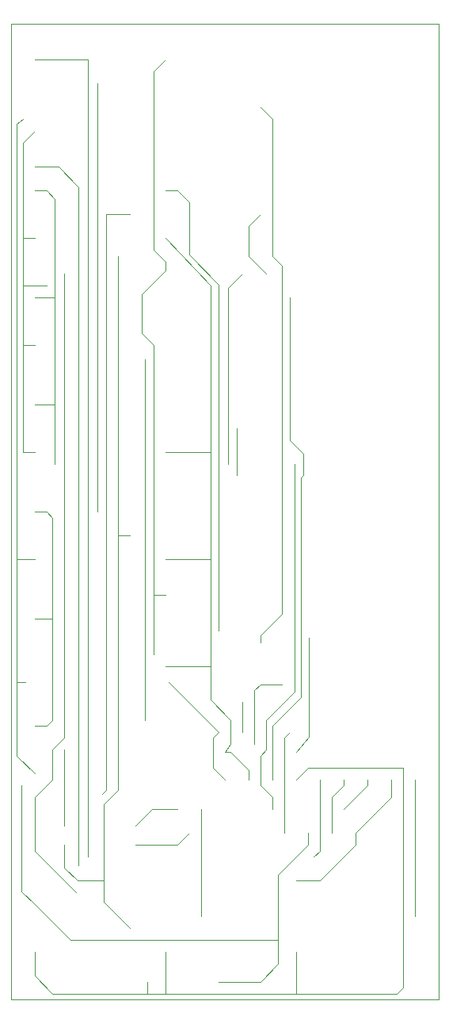
<source format=gtl>
*%FSLAX23Y23*%
*%MOIN*%
G01*
D14*
X9490Y6360D02*
X9600Y6250D01*
X10400Y6450D02*
X10550Y6600D01*
X9350Y6200D02*
X9200Y6350D01*
X9975Y7075D02*
X9765Y7285D01*
X10175Y7125D02*
X10295Y7245D01*
X10320Y7220D02*
X10200Y7100D01*
X10350Y6600D02*
X10225Y6475D01*
X10550Y6650D02*
X10700Y6800D01*
X9940Y8950D02*
X9750Y9150D01*
X9850Y9080D02*
X9975Y8955D01*
X9200Y6575D02*
X9375Y6400D01*
X9275Y5975D02*
X10725D01*
X10150Y6025D02*
X9975D01*
X9200Y6050D02*
Y6150D01*
X9145Y6405D02*
Y6850D01*
X9125Y6975D02*
Y7800D01*
X9150Y8250D02*
Y9550D01*
X9125Y9630D02*
Y7800D01*
X9200Y6800D02*
Y6575D01*
Y6050D02*
X9275Y5975D01*
X9200Y6350D02*
X9145Y6405D01*
X9200Y6900D02*
X9125Y6975D01*
Y9630D02*
X9150Y9650D01*
X9200Y9600D02*
X9150Y9550D01*
X9275Y6875D02*
X9200Y6800D01*
X9350Y6200D02*
X10225D01*
X9325Y8050D02*
Y9000D01*
Y8050D02*
Y7200D01*
Y7050D01*
X9385Y7650D02*
Y9365D01*
X9325Y7000D02*
Y6680D01*
Y6600D02*
Y6505D01*
X9385Y6515D02*
Y7650D01*
X9285Y8200D02*
Y8450D01*
Y9315D01*
X9275Y7975D02*
Y7125D01*
Y7000D02*
Y6875D01*
X9285Y9315D02*
X9250Y9350D01*
X9275Y7125D02*
X9250Y7100D01*
X9275Y7975D02*
X9250Y8000D01*
X9325Y6505D02*
X9380Y6450D01*
X9385Y9365D02*
X9300Y9450D01*
X9325Y7050D02*
X9275Y7000D01*
X9425Y8100D02*
Y9900D01*
Y8100D02*
Y7725D01*
Y6550D01*
X9550Y6830D02*
Y9075D01*
X9500Y7450D02*
Y6830D01*
Y7450D02*
Y9250D01*
X9465Y9800D02*
Y8000D01*
X9490Y6450D02*
Y6360D01*
Y6450D02*
Y6770D01*
X9550Y6830D01*
X9500D02*
X9485Y6815D01*
X10300Y6450D02*
X10400D01*
X9490D02*
X9380D01*
X9625Y6600D02*
X9800D01*
X9750Y6150D02*
Y5975D01*
X9700Y7400D02*
Y7650D01*
Y8700D01*
Y9100D02*
Y9850D01*
X9750Y9050D02*
Y9015D01*
X9665Y7900D02*
Y7125D01*
X9675Y6025D02*
Y5975D01*
X9650Y8750D02*
Y8915D01*
X9665Y8640D02*
Y7900D01*
X9695Y6750D02*
X9625Y6680D01*
X9800Y6600D02*
X9850Y6650D01*
X9700Y9850D02*
X9750Y9900D01*
X9800Y9350D02*
X9850Y9300D01*
X9700Y9100D02*
X9750Y9050D01*
Y9015D02*
X9650Y8915D01*
Y8750D02*
X9700Y8700D01*
X9695Y6750D02*
X9800D01*
X9900D02*
Y6300D01*
X9940Y7210D02*
Y8950D01*
X9975Y7550D02*
Y7500D01*
Y7550D02*
Y8955D01*
X9950Y7050D02*
Y6925D01*
X9850Y9080D02*
Y9300D01*
X9940Y7210D02*
X10025Y7125D01*
X9975Y7075D02*
X9950Y7050D01*
Y6925D02*
X10000Y6875D01*
Y6990D02*
X10025Y7025D01*
X10350Y6925D02*
X10750D01*
X10025Y6990D02*
X10000D01*
X10025Y7025D02*
Y7125D01*
X10015Y8200D02*
Y8940D01*
X10150Y7480D02*
Y7450D01*
Y6975D02*
Y6850D01*
X10100Y6875D02*
Y6915D01*
X10125Y7025D02*
Y7250D01*
X10200Y6800D02*
Y6750D01*
X10175Y7000D02*
Y7125D01*
X10200Y7100D02*
Y6875D01*
Y9075D02*
Y9650D01*
X10100Y9200D02*
Y9075D01*
X10075Y7200D02*
Y7075D01*
X10050Y8155D02*
Y8350D01*
X10025Y6990D02*
X10100Y6915D01*
X10015Y8940D02*
X10075Y9000D01*
X10200Y9075D02*
X10240Y9035D01*
Y7570D02*
X10150Y7480D01*
X10225Y6100D02*
X10150Y6025D01*
Y6975D02*
X10175Y7000D01*
X10125Y7250D02*
X10150Y7275D01*
Y6850D02*
X10200Y6800D01*
Y9650D02*
X10150Y9700D01*
X10100Y9075D02*
X10175Y9000D01*
X10100Y9200D02*
X10150Y9250D01*
X9250Y7100D02*
X9200D01*
X10225Y6475D02*
Y6100D01*
X10300Y6150D02*
Y5975D01*
X10355Y7055D02*
Y7470D01*
X10295Y7245D02*
Y8200D01*
X10330Y8155D02*
Y8245D01*
X10320Y8145D02*
Y7220D01*
X10350Y6650D02*
Y6600D01*
X10400Y6750D02*
Y6875D01*
Y6750D02*
Y6575D01*
X10240Y7570D02*
Y9035D01*
X10250Y7050D02*
Y6650D01*
X10275Y8300D02*
Y8900D01*
X10355Y7055D02*
X10300Y6990D01*
X10320Y8145D02*
X10330Y8155D01*
X10350Y6925D02*
X10300Y6875D01*
X10400Y6575D02*
X10375Y6550D01*
X10330Y8245D02*
X10275Y8300D01*
Y7075D02*
X10250Y7050D01*
X10240Y7275D02*
X10150D01*
X9940Y7350D02*
X9750D01*
X9160Y7285D02*
X9125D01*
X10550Y6650D02*
Y6600D01*
X10500Y6850D02*
Y6875D01*
X10450Y6800D02*
Y6650D01*
X10500Y6750D02*
X10600Y6850D01*
X10500D02*
X10450Y6800D01*
X9275Y7550D02*
X9200D01*
X10600Y6875D02*
Y6850D01*
X10750Y6925D02*
Y6000D01*
X10700Y6800D02*
Y6875D01*
X10750Y6000D02*
X10725Y5975D01*
X9750Y7650D02*
X9700D01*
X10800Y6875D02*
Y6300D01*
X9940Y7800D02*
X9750D01*
X9200D02*
X9125D01*
X9550Y7900D02*
X9600D01*
X9250Y8000D02*
X9200D01*
Y8250D02*
X9150D01*
X9750D02*
X9940D01*
X9285Y8450D02*
X9200D01*
Y8700D02*
X9150D01*
X9200Y8900D02*
X9285D01*
X9250Y8950D02*
X9150D01*
Y9150D02*
X9200D01*
Y9350D02*
X9250D01*
X9500Y9250D02*
X9600D01*
X9750Y9350D02*
X9800D01*
X9300Y9450D02*
X9200D01*
Y9900D02*
X9425D01*
X9100Y10050D02*
X10900D01*
Y5950D02*
X9100D01*
Y10050D01*
X10900D02*
Y5950D01*
D16*
X10800Y6300D02*
D03*
X10295Y8200D02*
D03*
X10240Y8300D02*
D03*
X10275Y8900D02*
D03*
X10355Y7470D02*
D03*
X10375Y6550D02*
D03*
X10100Y9075D02*
D03*
X10050Y8350D02*
D03*
X10015Y8200D02*
D03*
X10125Y7025D02*
D03*
X10075Y7075D02*
D03*
X10050Y8155D02*
D03*
X9975Y8450D02*
D03*
Y7500D02*
D03*
Y7550D02*
D03*
Y8000D02*
D03*
X9900Y6300D02*
D03*
X9700Y8500D02*
D03*
X9665Y8640D02*
D03*
X9765Y7285D02*
D03*
X9700Y7400D02*
D03*
X9665Y7125D02*
D03*
Y7900D02*
D03*
X9465Y9800D02*
D03*
X9550Y9075D02*
D03*
X9425Y9525D02*
D03*
X9500Y7250D02*
D03*
Y7450D02*
D03*
Y8155D02*
D03*
X9465Y8000D02*
D03*
X9485Y6815D02*
D03*
X9425Y8100D02*
D03*
Y6550D02*
D03*
X9385Y8600D02*
D03*
X9325Y9000D02*
D03*
X9285Y8200D02*
D03*
X9250Y8950D02*
D03*
X9325Y7000D02*
D03*
X9385Y7650D02*
D03*
X9325Y7200D02*
D03*
Y8050D02*
D03*
X9385Y6515D02*
D03*
X9375Y6400D02*
D03*
X9150Y9650D02*
D03*
X9160Y7285D02*
D03*
X9145Y6850D02*
D03*
D19*
X10075Y9000D02*
D03*
X10175D02*
D03*
X9685Y9025D02*
D03*
X9985D02*
D03*
X10075Y7200D02*
D03*
X10175D02*
D03*
X9975Y7075D02*
D03*
X10275D02*
D03*
X10000Y6990D02*
D03*
X10300D02*
D03*
X9900Y6875D02*
D03*
X10000D02*
D03*
X10100D02*
D03*
X10200D02*
D03*
X10300D02*
D03*
X10400D02*
D03*
X10500D02*
D03*
X10600D02*
D03*
X10700D02*
D03*
X10242Y7275D02*
D03*
Y7575D02*
D03*
X9675Y6025D02*
D03*
X9975D02*
D03*
X10300Y6450D02*
D03*
Y6350D02*
D03*
Y6150D02*
D03*
X10700D02*
D03*
Y6250D02*
D03*
Y6450D02*
D03*
X9750Y9900D02*
D03*
Y9800D02*
D03*
Y9600D02*
D03*
X10150D02*
D03*
Y9700D02*
D03*
Y9900D02*
D03*
X9200D02*
D03*
Y9800D02*
D03*
Y9600D02*
D03*
X9600D02*
D03*
Y9700D02*
D03*
Y9900D02*
D03*
X9200Y9450D02*
D03*
Y9350D02*
D03*
Y9150D02*
D03*
X9600D02*
D03*
Y9250D02*
D03*
Y9450D02*
D03*
X9750D02*
D03*
Y9350D02*
D03*
Y9150D02*
D03*
X10150D02*
D03*
Y9250D02*
D03*
Y9450D02*
D03*
X9200Y9000D02*
D03*
Y8900D02*
D03*
Y8700D02*
D03*
X9600D02*
D03*
Y8800D02*
D03*
Y9000D02*
D03*
X9200Y8550D02*
D03*
Y8450D02*
D03*
Y8250D02*
D03*
X9600D02*
D03*
Y8350D02*
D03*
Y8550D02*
D03*
X9750D02*
D03*
Y8450D02*
D03*
Y8250D02*
D03*
X10150D02*
D03*
Y8350D02*
D03*
Y8550D02*
D03*
X10550Y6650D02*
D03*
X10450D02*
D03*
X10350D02*
D03*
X10250D02*
D03*
X10150D02*
D03*
X10050D02*
D03*
X9950D02*
D03*
X9850D02*
D03*
X10500Y6750D02*
D03*
X10400D02*
D03*
X10300D02*
D03*
X10200D02*
D03*
X10100D02*
D03*
X10000D02*
D03*
X9900D02*
D03*
X9800D02*
D03*
X9625Y6682D02*
D03*
X9325D02*
D03*
X9550Y6752D02*
D03*
X9250D02*
D03*
X9200Y8100D02*
D03*
Y8000D02*
D03*
Y7800D02*
D03*
X9600D02*
D03*
Y7900D02*
D03*
Y8100D02*
D03*
X9750D02*
D03*
Y8000D02*
D03*
Y7800D02*
D03*
X10150D02*
D03*
Y7900D02*
D03*
Y8100D02*
D03*
X9200Y7650D02*
D03*
Y7550D02*
D03*
Y7350D02*
D03*
X9600D02*
D03*
Y7450D02*
D03*
Y7650D02*
D03*
X9750D02*
D03*
Y7550D02*
D03*
Y7350D02*
D03*
X10150D02*
D03*
Y7450D02*
D03*
Y7650D02*
D03*
X9200Y7200D02*
D03*
Y7100D02*
D03*
Y6900D02*
D03*
X9600D02*
D03*
Y7000D02*
D03*
Y7200D02*
D03*
X9625Y6602D02*
D03*
X9325D02*
D03*
X9200Y6450D02*
D03*
Y6350D02*
D03*
Y6150D02*
D03*
X9600D02*
D03*
Y6250D02*
D03*
Y6450D02*
D03*
X9750D02*
D03*
Y6350D02*
D03*
Y6150D02*
D03*
X10150D02*
D03*
Y6250D02*
D03*
Y6450D02*
D03*
D21*
X9750Y6675D02*
D03*
D24*
X9800Y8850D02*
D03*
Y7050D02*
D03*
D26*
X10500Y9750D02*
D03*
Y8850D02*
D03*
Y7050D02*
D03*
Y7950D02*
D03*
D30*
Y8400D02*
D03*
Y9300D02*
D03*
X10496Y7496D02*
D03*
D33*
X10800Y6875D02*
D03*
M02*

</source>
